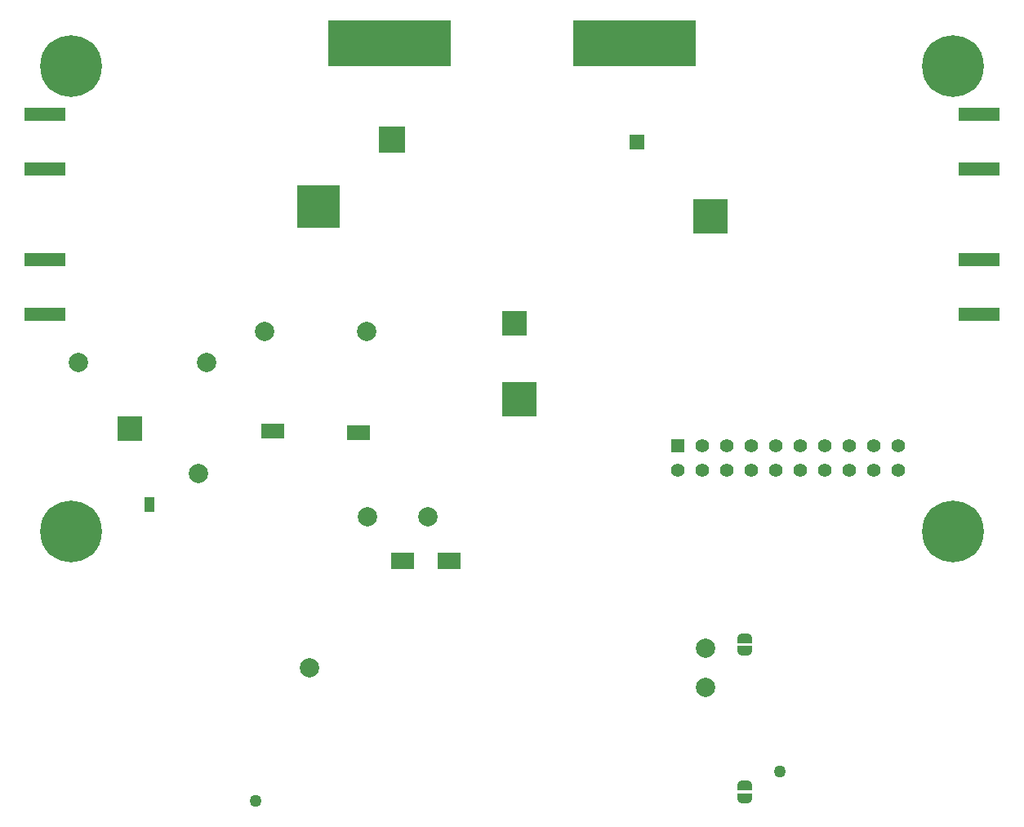
<source format=gbs>
%TF.GenerationSoftware,KiCad,Pcbnew,(6.0.9)*%
%TF.CreationDate,2023-04-20T15:37:57-04:00*%
%TF.ProjectId,S23-16_PCB,5332332d-3136-45f5-9043-422e6b696361,2.0*%
%TF.SameCoordinates,Original*%
%TF.FileFunction,Soldermask,Bot*%
%TF.FilePolarity,Negative*%
%FSLAX46Y46*%
G04 Gerber Fmt 4.6, Leading zero omitted, Abs format (unit mm)*
G04 Created by KiCad (PCBNEW (6.0.9)) date 2023-04-20 15:37:57*
%MOMM*%
%LPD*%
G01*
G04 APERTURE LIST*
G04 Aperture macros list*
%AMFreePoly0*
4,1,22,0.500000,-0.750000,0.000000,-0.750000,0.000000,-0.745033,-0.079941,-0.743568,-0.215256,-0.701293,-0.333266,-0.622738,-0.424486,-0.514219,-0.481581,-0.384460,-0.499164,-0.250000,-0.500000,-0.250000,-0.500000,0.250000,-0.499164,0.250000,-0.499963,0.256109,-0.478152,0.396186,-0.417904,0.524511,-0.324060,0.630769,-0.204165,0.706417,-0.067858,0.745374,0.000000,0.744959,0.000000,0.750000,
0.500000,0.750000,0.500000,-0.750000,0.500000,-0.750000,$1*%
%AMFreePoly1*
4,1,20,0.000000,0.744959,0.073905,0.744508,0.209726,0.703889,0.328688,0.626782,0.421226,0.519385,0.479903,0.390333,0.500000,0.250000,0.500000,-0.250000,0.499851,-0.262216,0.476331,-0.402017,0.414519,-0.529596,0.319384,-0.634700,0.198574,-0.708877,0.061801,-0.746166,0.000000,-0.745033,0.000000,-0.750000,-0.500000,-0.750000,-0.500000,0.750000,0.000000,0.750000,0.000000,0.744959,
0.000000,0.744959,$1*%
G04 Aperture macros list end*
%ADD10R,4.500000X4.500000*%
%ADD11C,3.600000*%
%ADD12C,6.400000*%
%ADD13R,2.500000X2.500000*%
%ADD14R,4.200000X1.350000*%
%ADD15C,2.489200*%
%ADD16R,12.700000X4.826000*%
%ADD17R,2.438400X1.701800*%
%ADD18R,3.570000X3.570000*%
%ADD19C,1.270000*%
%ADD20R,2.380000X1.650000*%
%ADD21R,1.000000X1.600000*%
%ADD22R,3.600000X3.600000*%
%ADD23R,1.600000X1.600000*%
%ADD24R,2.810000X2.810000*%
%ADD25C,2.000000*%
%ADD26R,1.400000X1.400000*%
%ADD27C,1.400000*%
%ADD28FreePoly0,90.000000*%
%ADD29FreePoly1,90.000000*%
G04 APERTURE END LIST*
D10*
X114528600Y-75526900D03*
D11*
X180340000Y-109220000D03*
D12*
X180340000Y-109220000D03*
D13*
X94999600Y-98511200D03*
X134874000Y-87630000D03*
D12*
X88900000Y-60960000D03*
D11*
X88900000Y-60960000D03*
D14*
X86174580Y-65907400D03*
X86174580Y-71557400D03*
X86174580Y-80995000D03*
X86174580Y-86645000D03*
D15*
X152086500Y-58674000D03*
X142561500Y-58674000D03*
D16*
X147324000Y-58547000D03*
D17*
X128143000Y-112268000D03*
D15*
X117157500Y-58674000D03*
D16*
X121920000Y-58547000D03*
D15*
X126682500Y-58674000D03*
D14*
X183065420Y-86645000D03*
X183065420Y-80995000D03*
D12*
X88900000Y-109220000D03*
D11*
X88900000Y-109220000D03*
D18*
X155218900Y-76530200D03*
D19*
X162445492Y-134110010D03*
X108064491Y-137160010D03*
D20*
X118745000Y-98933000D03*
D17*
X123291600Y-112268000D03*
D20*
X109855000Y-98806000D03*
D21*
X97026500Y-106426000D03*
D12*
X180340000Y-60960000D03*
D11*
X180340000Y-60960000D03*
D22*
X135390000Y-95500300D03*
D23*
X147574000Y-68791700D03*
D24*
X122174000Y-68580000D03*
D14*
X183065420Y-71557400D03*
X183065420Y-65907400D03*
D25*
X102108000Y-103174800D03*
X154736800Y-125323600D03*
D26*
X151798500Y-100330000D03*
D27*
X151798500Y-102870000D03*
X154338500Y-100330000D03*
X154338500Y-102870000D03*
X156878500Y-100330000D03*
X156878500Y-102870000D03*
X159418500Y-100330000D03*
X159418500Y-102870000D03*
X161958500Y-100330000D03*
X161958500Y-102870000D03*
X164498500Y-100330000D03*
X164498500Y-102870000D03*
X167038500Y-100330000D03*
X167038500Y-102870000D03*
X169578500Y-100330000D03*
X169578500Y-102870000D03*
X172118500Y-100330000D03*
X172118500Y-102870000D03*
X174658500Y-100330000D03*
X174658500Y-102870000D03*
D25*
X113639600Y-123291600D03*
X125933200Y-107645200D03*
D28*
X158750000Y-121554000D03*
D29*
X158750000Y-120254000D03*
D25*
X119634000Y-107645200D03*
X154736800Y-121259600D03*
X89662000Y-91643200D03*
X119583200Y-88442800D03*
X108966000Y-88442800D03*
D28*
X158800800Y-136844800D03*
D29*
X158800800Y-135544800D03*
D25*
X102971600Y-91643200D03*
M02*

</source>
